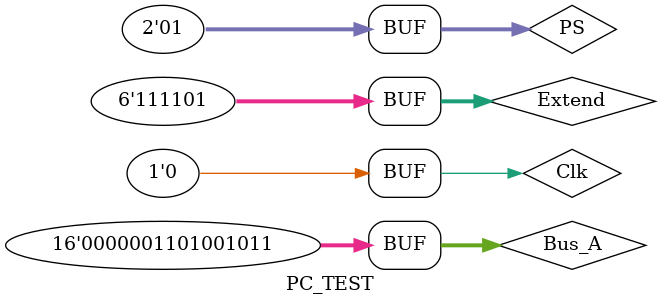
<source format=v>
`timescale 1ns / 1ps


module PC_TEST;

	reg Clk;
	reg [1:0] PS;
	reg [15:0] Bus_A;
	reg [5:0] Extend;

	wire [5:0] Out;

	PC uut (
		.Clk(Clk), 
		.PS(PS), 
		.Bus_A(Bus_A), 
		.Extend(Extend), 
		.Out(Out)
	);

	initial begin
		Clk = 0;
		PS = 0;
		Bus_A = 0;
		Extend = 0;
		#100;
		
		Clk = ~Clk;
		PS = 0;
		Bus_A = 16'b1101001011;
		Extend = 0;
		#100;
		
		Clk = ~Clk;
		PS = 2'b01;
		Bus_A = 16'b1101001011;
		Extend = 0;
		#100;
		
		Clk = ~Clk;
		PS = 2'b01;
		Bus_A = 16'b1101001011;
		Extend = 0;
		#100;
		
		Clk = ~Clk;
		PS = 2'b11;
		Bus_A = 16'b1101001011;
		Extend = 0;
		#100;
		
		Clk = ~Clk;
		PS = 2'b11;
		Bus_A = 16'b1101001011;
		Extend = 0;
		#100;
		
		Clk = ~Clk;
		PS = 2'b10;
		Bus_A = 16'b1101001011;
		Extend = 6'b111101;
		#100;
		
		Clk = ~Clk;
		PS = 2'b10;
		Bus_A = 16'b1101001011;
		Extend = 6'b111101;
		#100;
		
		Clk = ~Clk;
		PS = 2'b01;
		Bus_A = 16'b1101001011;
		Extend = 6'b111101;
		#100;
		
	end
	
endmodule


</source>
